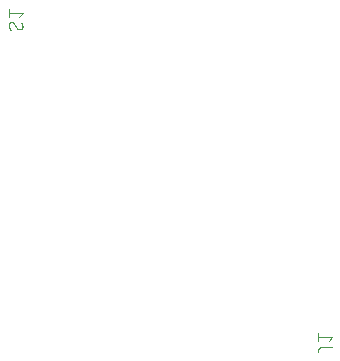
<source format=gbr>
G04 EAGLE Gerber RS-274X export*
G75*
%MOMM*%
%FSLAX34Y34*%
%LPD*%
%INSilkscreen Bottom*%
%IPPOS*%
%AMOC8*
5,1,8,0,0,1.08239X$1,22.5*%
G01*
%ADD10C,0.101600*%


D10*
X230754Y495721D02*
X230655Y495719D01*
X230555Y495713D01*
X230456Y495704D01*
X230358Y495691D01*
X230260Y495674D01*
X230162Y495653D01*
X230066Y495628D01*
X229971Y495600D01*
X229877Y495568D01*
X229784Y495533D01*
X229692Y495494D01*
X229602Y495451D01*
X229514Y495406D01*
X229427Y495356D01*
X229343Y495304D01*
X229260Y495248D01*
X229180Y495190D01*
X229102Y495128D01*
X229027Y495063D01*
X228954Y494995D01*
X228884Y494925D01*
X228816Y494852D01*
X228751Y494777D01*
X228689Y494699D01*
X228631Y494619D01*
X228575Y494536D01*
X228523Y494452D01*
X228473Y494365D01*
X228428Y494277D01*
X228385Y494187D01*
X228346Y494095D01*
X228311Y494002D01*
X228279Y493908D01*
X228251Y493813D01*
X228226Y493717D01*
X228205Y493619D01*
X228188Y493521D01*
X228175Y493423D01*
X228166Y493324D01*
X228160Y493224D01*
X228158Y493125D01*
X228160Y492981D01*
X228166Y492836D01*
X228175Y492692D01*
X228188Y492549D01*
X228205Y492405D01*
X228226Y492262D01*
X228251Y492120D01*
X228279Y491979D01*
X228311Y491838D01*
X228347Y491698D01*
X228386Y491559D01*
X228429Y491421D01*
X228476Y491285D01*
X228526Y491149D01*
X228580Y491015D01*
X228637Y490883D01*
X228698Y490752D01*
X228762Y490623D01*
X228830Y490495D01*
X228900Y490369D01*
X228975Y490245D01*
X229052Y490124D01*
X229133Y490004D01*
X229216Y489886D01*
X229303Y489771D01*
X229393Y489658D01*
X229486Y489547D01*
X229581Y489439D01*
X229680Y489333D01*
X229781Y489230D01*
X237246Y489555D02*
X237345Y489557D01*
X237445Y489563D01*
X237544Y489572D01*
X237642Y489585D01*
X237740Y489602D01*
X237838Y489623D01*
X237934Y489648D01*
X238029Y489676D01*
X238123Y489708D01*
X238216Y489743D01*
X238308Y489782D01*
X238398Y489825D01*
X238486Y489870D01*
X238573Y489920D01*
X238657Y489972D01*
X238740Y490028D01*
X238820Y490086D01*
X238898Y490148D01*
X238973Y490213D01*
X239046Y490281D01*
X239116Y490351D01*
X239184Y490424D01*
X239249Y490499D01*
X239311Y490577D01*
X239369Y490657D01*
X239425Y490740D01*
X239477Y490824D01*
X239527Y490911D01*
X239572Y490999D01*
X239615Y491089D01*
X239654Y491181D01*
X239689Y491274D01*
X239721Y491368D01*
X239749Y491463D01*
X239774Y491560D01*
X239795Y491657D01*
X239812Y491755D01*
X239825Y491853D01*
X239834Y491952D01*
X239840Y492052D01*
X239842Y492151D01*
X239840Y492287D01*
X239834Y492423D01*
X239825Y492559D01*
X239812Y492695D01*
X239794Y492830D01*
X239774Y492964D01*
X239749Y493098D01*
X239721Y493232D01*
X239688Y493364D01*
X239653Y493495D01*
X239613Y493626D01*
X239570Y493755D01*
X239524Y493883D01*
X239473Y494009D01*
X239420Y494135D01*
X239362Y494258D01*
X239302Y494380D01*
X239238Y494500D01*
X239170Y494619D01*
X239100Y494735D01*
X239026Y494849D01*
X238949Y494962D01*
X238868Y495072D01*
X234974Y490852D02*
X235027Y490766D01*
X235084Y490682D01*
X235143Y490600D01*
X235206Y490520D01*
X235272Y490443D01*
X235340Y490368D01*
X235412Y490296D01*
X235486Y490227D01*
X235563Y490161D01*
X235642Y490098D01*
X235724Y490038D01*
X235808Y489981D01*
X235894Y489927D01*
X235982Y489877D01*
X236072Y489830D01*
X236163Y489786D01*
X236257Y489747D01*
X236351Y489710D01*
X236447Y489678D01*
X236545Y489649D01*
X236643Y489624D01*
X236742Y489603D01*
X236842Y489585D01*
X236942Y489572D01*
X237043Y489562D01*
X237145Y489556D01*
X237246Y489554D01*
X233026Y494423D02*
X232973Y494509D01*
X232916Y494593D01*
X232857Y494675D01*
X232794Y494755D01*
X232728Y494832D01*
X232660Y494907D01*
X232588Y494979D01*
X232514Y495048D01*
X232437Y495114D01*
X232358Y495177D01*
X232276Y495237D01*
X232192Y495294D01*
X232106Y495348D01*
X232018Y495398D01*
X231928Y495445D01*
X231837Y495489D01*
X231743Y495528D01*
X231649Y495565D01*
X231553Y495597D01*
X231455Y495626D01*
X231357Y495651D01*
X231258Y495672D01*
X231158Y495690D01*
X231058Y495703D01*
X230957Y495713D01*
X230855Y495719D01*
X230754Y495721D01*
X233026Y494423D02*
X234974Y490853D01*
X237246Y500279D02*
X239842Y503524D01*
X228158Y503524D01*
X228158Y500279D02*
X228158Y506770D01*
X492754Y220485D02*
X501842Y220485D01*
X492754Y220485D02*
X492655Y220483D01*
X492555Y220477D01*
X492456Y220468D01*
X492358Y220455D01*
X492260Y220438D01*
X492162Y220417D01*
X492066Y220392D01*
X491971Y220364D01*
X491877Y220332D01*
X491784Y220297D01*
X491692Y220258D01*
X491602Y220215D01*
X491514Y220170D01*
X491427Y220120D01*
X491343Y220068D01*
X491260Y220012D01*
X491180Y219954D01*
X491102Y219892D01*
X491027Y219827D01*
X490954Y219759D01*
X490884Y219689D01*
X490816Y219616D01*
X490751Y219541D01*
X490689Y219463D01*
X490631Y219383D01*
X490575Y219300D01*
X490523Y219216D01*
X490473Y219129D01*
X490428Y219041D01*
X490385Y218951D01*
X490346Y218859D01*
X490311Y218766D01*
X490279Y218672D01*
X490251Y218577D01*
X490226Y218481D01*
X490205Y218383D01*
X490188Y218285D01*
X490175Y218187D01*
X490166Y218088D01*
X490160Y217988D01*
X490158Y217889D01*
X490158Y216590D01*
X499246Y225759D02*
X501842Y229004D01*
X490158Y229004D01*
X490158Y225759D02*
X490158Y232250D01*
M02*

</source>
